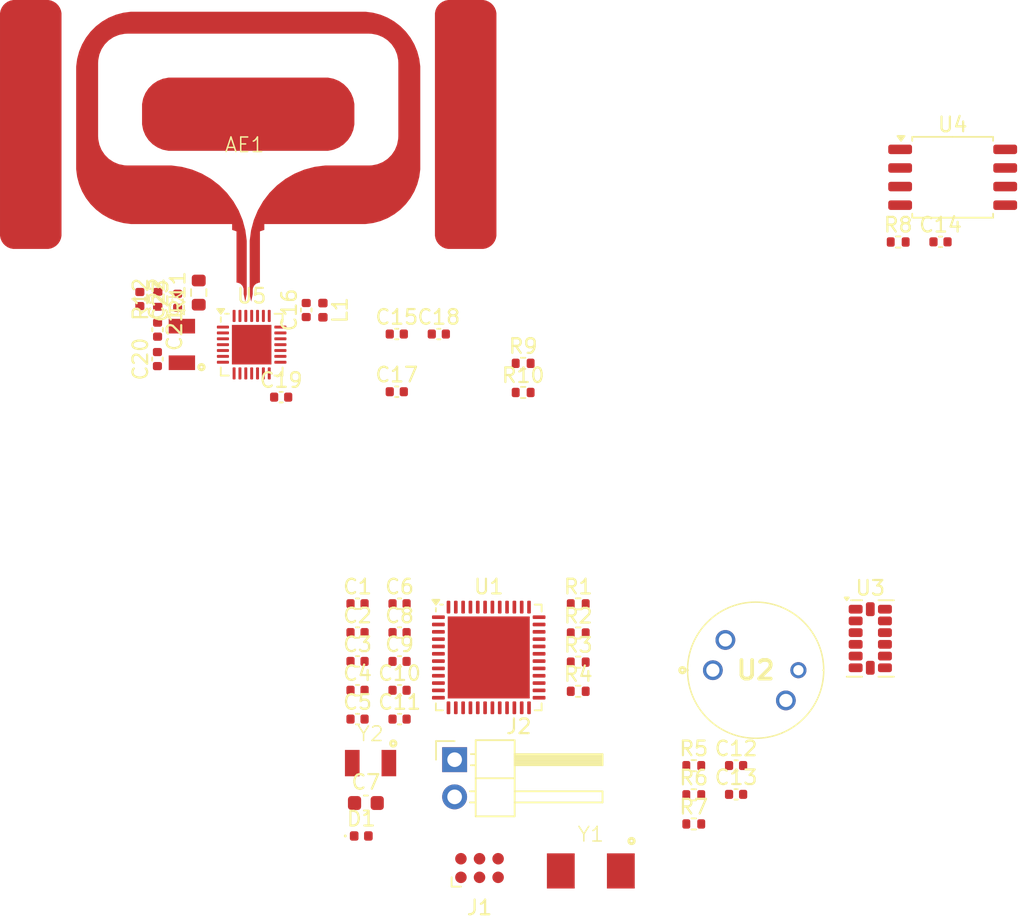
<source format=kicad_pcb>
(kicad_pcb (version 20241229) (generator "pcbnew") (generator_version "9.0")
  (layers (0 "F.Cu" signal) (2 "B.Cu" signal) (13 "F.Paste" user) (15 "B.Paste" user) (5 "F.SilkS" user "F.Silkscreen") (7 "B.SilkS" user "B.Silkscreen") (1 "F.Mask" user) (3 "B.Mask" user) (25 "Edge.Cuts" user))
  (net 0 "")
  (net 1 "/RF Transceiver/RFN")
  (net 2 "/RF Transceiver/RFP")
  (net 3 "+3.3V")
  (net 4 "GND")
  (net 5 "/Processor/NRST")
  (net 6 "Net-(U1-PF0)")
  (net 7 "Net-(C9-Pad2)")
  (net 8 "Net-(U1-PC14)")
  (net 9 "Net-(U1-PC15)")
  (net 10 "Net-(U5-AVDD_1V)")
  (net 11 "Net-(U5-RSTN)")
  (net 12 "Net-(U5-DVDD_1V8)")
  (net 13 "Net-(U5-XTAL_C2)")
  (net 14 "Net-(U5-XTAL_C1)")
  (net 15 "Net-(C22-Pad1)")
  (net 16 "Net-(U5-PLL_TUNE)")
  (net 17 "Net-(D1-K)")
  (net 18 "/Processor/LED_OUT")
  (net 19 "/Processor/SWDIO")
  (net 20 "/Processor/SWO")
  (net 21 "/Processor/SWCLK")
  (net 22 "Net-(U5-REG_OUT)")
  (net 23 "/Processor/BOOT0")
  (net 24 "Net-(U1-PF1)")
  (net 25 "/Processor/I2C_SCL")
  (net 26 "/Processor/I2C_SDA")
  (net 27 "Net-(U3-SDO{slash}ADDR)")
  (net 28 "/Memory/MEM_CS_IN")
  (net 29 "/Processor/RF_CS_OUT")
  (net 30 "Net-(U5-BIAS)")
  (net 31 "/Memory/MEM_SCK")
  (net 34 "/Memory/MEM_MISO")
  (net 35 "/Memory/MEM_MOSI")
  (net 55 "/Processor/RF_IRQ_IN")
  (footprint "Resistor_SMD:R_0402_1005Metric" (layer "F.Cu") (at 135.825 105.615)
    (property "Reference" "R7" (at 0 -1.17 0) (layer "F.SilkS"))
    (property "Value" "10k")
    (pad "1" smd roundrect (at -0.51 0) (size 0.54 0.64) (layers "F.Cu" "F.Mask" "F.Paste") (net 4 "GND"))
    (pad "2" smd roundrect (at 0.51 0) (size 0.54 0.64) (layers "F.Cu" "F.Mask" "F.Paste") (net 27 "Net-(U3-SDO{slash}ADDR)"))
  )
  (footprint "Connector_PinHeader_2.54mm:PinHeader_1x02_P2.54mm_Horizontal" (layer "F.Cu") (at 119.495 101.225)
    (property "Reference" "J2" (at 4.385 -2.27 0) (layer "F.SilkS"))
    (property "Value" "Conn_01x02_Pin")
    (pad "1" thru_hole rect (at 0 0) (size 1.7 1.7) (drill 1) (layers "*.Cu" "*.Mask") (net 4 "GND"))
    (pad "2" thru_hole oval (at 0 2.54) (size 1.7 1.7) (drill 1) (layers "*.Cu" "*.Mask") (net 3 "+3.3V"))
  )
  (footprint "Capacitor_SMD:C_0402_1005Metric" (layer "F.Cu") (at 109.36 70.52 90)
    (property "Reference" "C16" (at 0 -1.16 90) (layer "F.SilkS"))
    (property "Value" "1u")
    (pad "1" smd roundrect (at -0.48 0 90) (size 0.56 0.62) (layers "F.Cu" "F.Mask" "F.Paste") (net 10 "Net-(U5-AVDD_1V)"))
    (pad "2" smd roundrect (at 0.48 0 90) (size 0.56 0.62) (layers "F.Cu" "F.Mask" "F.Paste") (net 4 "GND"))
  )
  (footprint "Resistor_SMD:R_0402_1005Metric" (layer "F.Cu") (at 124.175 76.15)
    (property "Reference" "R10" (at 0 -1.17 0) (layer "F.SilkS"))
    (property "Value" "390k")
    (pad "1" smd roundrect (at -0.51 0) (size 0.54 0.64) (layers "F.Cu" "F.Mask" "F.Paste") (net 3 "+3.3V"))
    (pad "2" smd roundrect (at 0.51 0) (size 0.54 0.64) (layers "F.Cu" "F.Mask" "F.Paste") (net 11 "Net-(U5-RSTN)"))
  )
  (footprint "Capacitor_SMD:C_0402_1005Metric" (layer "F.Cu") (at 115.735 96.485)
    (property "Reference" "C10" (at 0 -1.16 0) (layer "F.SilkS"))
    (property "Value" "2p")
    (pad "1" smd roundrect (at -0.48 0) (size 0.56 0.62) (layers "F.Cu" "F.Mask" "F.Paste") (net 4 "GND"))
    (pad "2" smd roundrect (at 0.48 0) (size 0.56 0.62) (layers "F.Cu" "F.Mask" "F.Paste") (net 8 "Net-(U1-PC14)"))
  )
  (footprint "Capacitor_SMD:C_0402_1005Metric" (layer "F.Cu") (at 100.58 69.89 90)
    (property "Reference" "C23" (at 0 -1.16 90) (layer "F.SilkS"))
    (property "Value" "68p")
    (pad "1" smd roundrect (at -0.48 0 90) (size 0.56 0.62) (layers "F.Cu" "F.Mask" "F.Paste") (net 16 "Net-(U5-PLL_TUNE)"))
    (pad "2" smd roundrect (at 0.48 0 90) (size 0.56 0.62) (layers "F.Cu" "F.Mask" "F.Paste") (net 4 "GND"))
  )
  (footprint "Package_DFN_QFN:QFN-28-1EP_4x4mm_P0.4mm_EP2.7x2.7mm" (layer "F.Cu") (at 105.635 72.885)
    (property "Reference" "U5" (at 0 -3.33 0) (layer "F.SilkS"))
    (property "Value" "SR1010")
    (pad "1" smd roundrect (at -1.9625 -1.2) (size 0.825 0.2) (layers "F.Cu" "F.Mask" "F.Paste") (net 30 "Net-(U5-BIAS)"))
    (pad "2" smd roundrect (at -1.9625 -0.8) (size 0.825 0.2) (layers "F.Cu" "F.Mask" "F.Paste") (net 16 "Net-(U5-PLL_TUNE)"))
    (pad "3" smd roundrect (at -1.9625 -0.4) (size 0.825 0.2) (layers "F.Cu" "F.Mask" "F.Paste") (net 14 "Net-(U5-XTAL_C1)"))
    (pad "4" smd roundrect (at -1.9625 0) (size 0.825 0.2) (layers "F.Cu" "F.Mask" "F.Paste") (net 13 "Net-(U5-XTAL_C2)"))
    (pad "5" smd roundrect (at -1.9625 0.4) (size 0.825 0.2) (layers "F.Cu" "F.Mask" "F.Paste") (net 3 "+3.3V"))
    (pad "6" smd roundrect (at -1.9625 0.8) (size 0.825 0.2) (layers "F.Cu" "F.Mask" "F.Paste") (net 4 "GND"))
    (pad "7" smd roundrect (at -1.9625 1.2) (size 0.825 0.2) (layers "F.Cu" "F.Mask" "F.Paste") (net 4 "GND"))
    (pad "8" smd roundrect (at -1.2 1.9625) (size 0.2 0.825) (layers "F.Cu" "F.Mask" "F.Paste") (net 55 "/Processor/RF_IRQ_IN"))
    (pad "9" smd roundrect (at -0.8 1.9625) (size 0.2 0.825) (layers "F.Cu" "F.Mask" "F.Paste") (net 29 "/Processor/RF_CS_OUT"))
    (pad "10" smd roundrect (at -0.4 1.9625) (size 0.2 0.825) (layers "F.Cu" "F.Mask" "F.Paste") (net 31 "/Memory/MEM_SCK"))
    (pad "11" smd roundrect (at 0 1.9625) (size 0.2 0.825) (layers "F.Cu" "F.Mask" "F.Paste") (net 35 "/Memory/MEM_MOSI"))
    (pad "12" smd roundrect (at 0.4 1.9625) (size 0.2 0.825) (layers "F.Cu" "F.Mask" "F.Paste") (net 34 "/Memory/MEM_MISO"))
    (pad "13" smd roundrect (at 0.8 1.9625) (size 0.2 0.825) (layers "F.Cu" "F.Mask" "F.Paste") (net 11 "Net-(U5-RSTN)"))
    (pad "14" smd roundrect (at 1.2 1.9625) (size 0.2 0.825) (layers "F.Cu" "F.Mask" "F.Paste") (net 12 "Net-(U5-DVDD_1V8)"))
    (pad "15" smd roundrect (at 1.9625 1.2) (size 0.825 0.2) (layers "F.Cu" "F.Mask" "F.Paste") (net 4 "GND"))
    (pad "16" smd roundrect (at 1.9625 0.8) (size 0.825 0.2) (layers "F.Cu" "F.Mask" "F.Paste"))
    (pad "17" smd roundrect (at 1.9625 0.4) (size 0.825 0.2) (layers "F.Cu" "F.Mask" "F.Paste"))
    (pad "18" smd roundrect (at 1.9625 0) (size 0.825 0.2) (layers "F.Cu" "F.Mask" "F.Paste") (net 4 "GND"))
    (pad "19" smd roundrect (at 1.9625 -0.4) (size 0.825 0.2) (layers "F.Cu" "F.Mask" "F.Paste") (net 4 "GND"))
    (pad "20" smd roundrect (at 1.9625 -0.8) (size 0.825 0.2) (layers "F.Cu" "F.Mask" "F.Paste") (net 3 "+3.3V"))
    (pad "21" smd roundrect (at 1.9625 -1.2) (size 0.825 0.2) (layers "F.Cu" "F.Mask" "F.Paste") (net 22 "Net-(U5-REG_OUT)"))
    (pad "22" smd roundrect (at 1.2 -1.9625) (size 0.2 0.825) (layers "F.Cu" "F.Mask" "F.Paste") (net 10 "Net-(U5-AVDD_1V)"))
    (pad "23" smd roundrect (at 0.8 -1.9625) (size 0.2 0.825) (layers "F.Cu" "F.Mask" "F.Paste") (net 10 "Net-(U5-AVDD_1V)"))
    (pad "24" smd roundrect (at 0.4 -1.9625) (size 0.2 0.825) (layers "F.Cu" "F.Mask" "F.Paste") (net 4 "GND"))
    (pad "25" smd roundrect (at 0 -1.9625) (size 0.2 0.825) (layers "F.Cu" "F.Mask" "F.Paste") (net 1 "/RF Transceiver/RFN"))
    (pad "26" smd roundrect (at -0.4 -1.9625) (size 0.2 0.825) (layers "F.Cu" "F.Mask" "F.Paste") (net 2 "/RF Transceiver/RFP"))
    (pad "27" smd roundrect (at -0.8 -1.9625) (size 0.2 0.825) (layers "F.Cu" "F.Mask" "F.Paste") (net 4 "GND"))
    (pad "28" smd roundrect (at -1.2 -1.9625) (size 0.2 0.825) (layers "F.Cu" "F.Mask" "F.Paste") (net 4 "GND"))
    (pad "29" smd rect (at 0 0) (size 2.7 2.7) (property pad_prop_heatsink) (layers "F.Cu" "F.Mask") (net 4 "GND"))
  )
  (footprint "Capacitor_SMD:C_0402_1005Metric" (layer "F.Cu") (at 115.735 92.545)
    (property "Reference" "C8" (at 0 -1.16 0) (layer "F.SilkS"))
    (property "Value" "16p")
    (pad "1" smd roundrect (at -0.48 0) (size 0.56 0.62) (layers "F.Cu" "F.Mask" "F.Paste") (net 4 "GND"))
    (pad "2" smd roundrect (at 0.48 0) (size 0.56 0.62) (layers "F.Cu" "F.Mask" "F.Paste") (net 6 "Net-(U1-PF0)"))
  )
  (footprint "Package_LGA:LGA-14_3x5mm_P0.8mm_LayoutBorder1x6y" (layer "F.Cu") (at 147.88 92.95)
    (property "Reference" "U3" (at 0 -3.45 0) (layer "F.SilkS"))
    (property "Value" "ADXL343")
    (pad "1" smd roundrect (at -1 -2) (size 0.95 0.6) (layers "F.Cu" "F.Mask" "F.Paste") (net 3 "+3.3V"))
    (pad "2" smd roundrect (at -1 -1.2) (size 0.95 0.6) (layers "F.Cu" "F.Mask" "F.Paste") (net 4 "GND"))
    (pad "3" smd roundrect (at -1 -0.4) (size 0.95 0.6) (layers "F.Cu" "F.Mask" "F.Paste"))
    (pad "4" smd roundrect (at -1 0.4) (size 0.95 0.6) (layers "F.Cu" "F.Mask" "F.Paste") (net 4 "GND"))
    (pad "5" smd roundrect (at -1 1.2) (size 0.95 0.6) (layers "F.Cu" "F.Mask" "F.Paste") (net 4 "GND"))
    (pad "6" smd roundrect (at -1 2) (size 0.95 0.6) (layers "F.Cu" "F.Mask" "F.Paste") (net 3 "+3.3V"))
    (pad "7" smd roundrect (at 0 2) (size 0.6 0.95) (layers "F.Cu" "F.Mask" "F.Paste") (net 3 "+3.3V"))
    (pad "8" smd roundrect (at 1 2) (size 0.95 0.6) (layers "F.Cu" "F.Mask" "F.Paste"))
    (pad "9" smd roundrect (at 1 1.2) (size 0.95 0.6) (layers "F.Cu" "F.Mask" "F.Paste"))
    (pad "10" smd roundrect (at 1 0.4) (size 0.95 0.6) (layers "F.Cu" "F.Mask" "F.Paste"))
    (pad "11" smd roundrect (at 1 -0.4) (size 0.95 0.6) (layers "F.Cu" "F.Mask" "F.Paste"))
    (pad "12" smd roundrect (at 1 -1.2) (size 0.95 0.6) (layers "F.Cu" "F.Mask" "F.Paste") (net 27 "Net-(U3-SDO{slash}ADDR)"))
    (pad "13" smd roundrect (at 1 -2) (size 0.95 0.6) (layers "F.Cu" "F.Mask" "F.Paste") (net 26 "/Processor/I2C_SDA"))
    (pad "14" smd roundrect (at 0 -2) (size 0.6 0.95) (layers "F.Cu" "F.Mask" "F.Paste") (net 25 "/Processor/I2C_SCL"))
  )
  (footprint "Resistor_SMD:R_0402_1005Metric" (layer "F.Cu") (at 135.825 103.625)
    (property "Reference" "R6" (at 0 -1.17 0) (layer "F.SilkS"))
    (property "Value" "10k")
    (pad "1" smd roundrect (at -0.51 0) (size 0.54 0.64) (layers "F.Cu" "F.Mask" "F.Paste") (net 3 "+3.3V"))
    (pad "2" smd roundrect (at 0.51 0) (size 0.54 0.64) (layers "F.Cu" "F.Mask" "F.Paste") (net 26 "/Processor/I2C_SDA"))
  )
  (footprint "Capacitor_SMD:C_0402_1005Metric" (layer "F.Cu") (at 112.865 90.575)
    (property "Reference" "C1" (at 0 -1.16 0) (layer "F.SilkS"))
    (property "Value" "100n")
    (pad "1" smd roundrect (at -0.48 0) (size 0.56 0.62) (layers "F.Cu" "F.Mask" "F.Paste") (net 3 "+3.3V"))
    (pad "2" smd roundrect (at 0.48 0) (size 0.56 0.62) (layers "F.Cu" "F.Mask" "F.Paste") (net 4 "GND"))
  )
  (footprint "Capacitor_SMD:C_0402_1005Metric" (layer "F.Cu") (at 112.865 96.485)
    (property "Reference" "C4" (at 0 -1.16 0) (layer "F.SilkS"))
    (property "Value" "100n")
    (pad "1" smd roundrect (at -0.48 0) (size 0.56 0.62) (layers "F.Cu" "F.Mask" "F.Paste") (net 3 "+3.3V"))
    (pad "2" smd roundrect (at 0.48 0) (size 0.56 0.62) (layers "F.Cu" "F.Mask" "F.Paste") (net 4 "GND"))
  )
  (footprint "Capacitor_SMD:C_0402_1005Metric" (layer "F.Cu") (at 112.865 98.455)
    (property "Reference" "C5" (at 0 -1.16 0) (layer "F.SilkS"))
    (property "Value" "100n")
    (pad "1" smd roundrect (at -0.48 0) (size 0.56 0.62) (layers "F.Cu" "F.Mask" "F.Paste") (net 3 "+3.3V"))
    (pad "2" smd roundrect (at 0.48 0) (size 0.56 0.62) (layers "F.Cu" "F.Mask" "F.Paste") (net 4 "GND"))
  )
  (footprint "Capacitor_SMD:C_0402_1005Metric" (layer "F.Cu") (at 115.735 98.455)
    (property "Reference" "C11" (at 0 -1.16 0) (layer "F.SilkS"))
    (property "Value" "2p")
    (pad "1" smd roundrect (at -0.48 0) (size 0.56 0.62) (layers "F.Cu" "F.Mask" "F.Paste") (net 4 "GND"))
    (pad "2" smd roundrect (at 0.48 0) (size 0.56 0.62) (layers "F.Cu" "F.Mask" "F.Paste") (net 9 "Net-(U1-PC15)"))
  )
  (footprint "Capacitor_SMD:C_0402_1005Metric" (layer "F.Cu") (at 107.65 76.47)
    (property "Reference" "C19" (at 0 -1.16 0) (layer "F.SilkS"))
    (property "Value" "100n")
    (pad "1" smd roundrect (at -0.48 0) (size 0.56 0.62) (layers "F.Cu" "F.Mask" "F.Paste") (net 12 "Net-(U5-DVDD_1V8)"))
    (pad "2" smd roundrect (at 0.48 0) (size 0.56 0.62) (layers "F.Cu" "F.Mask" "F.Paste") (net 4 "GND"))
  )
  (footprint "kjp_fplib:ABS07-120-32.768KHZ-T" (layer "F.Cu") (at 113.755 101.458544)
    (property "Reference" "Y2" (at 0 -2 0) (layer "F.SilkS") (effects (font (thickness 0.1))))
    (property "Value" "ABS07")
    (pad "1" smd rect (at 1.25 0) (size 1 1.8) (layers "F.Cu" "F.Mask" "F.Paste") (net 9 "Net-(U1-PC15)"))
    (pad "2" smd rect (at -1.25 0) (size 1 1.8) (layers "F.Cu" "F.Mask" "F.Paste") (net 8 "Net-(U1-PC14)"))
  )
  (footprint "Resistor_SMD:R_0402_1005Metric" (layer "F.Cu") (at 99.22 69.79 90)
    (property "Reference" "R12" (at 0 -1.17 90) (layer "F.SilkS"))
    (property "Value" "390k")
    (pad "1" smd roundrect (at -0.51 0 90) (size 0.54 0.64) (layers "F.Cu" "F.Mask" "F.Paste") (net 16 "Net-(U5-PLL_TUNE)"))
    (pad "2" smd roundrect (at 0.51 0 90) (size 0.54 0.64) (layers "F.Cu" "F.Mask" "F.Paste") (net 15 "Net-(C22-Pad1)"))
  )
  (footprint "Resistor_SMD:R_0402_1005Metric" (layer "F.Cu") (at 149.785 65.875)
    (property "Reference" "R8" (at 0 -1.17 0) (layer "F.SilkS"))
    (property "Value" "10k")
    (pad "1" smd roundrect (at -0.51 0) (size 0.54 0.64) (layers "F.Cu" "F.Mask" "F.Paste") (net 3 "+3.3V"))
    (pad "2" smd roundrect (at 0.51 0) (size 0.54 0.64) (layers "F.Cu" "F.Mask" "F.Paste") (net 28 "/Memory/MEM_CS_IN"))
  )
  (footprint "Capacitor_SMD:C_0603_1608Metric" (layer "F.Cu") (at 113.435 104.185)
    (property "Reference" "C7" (at 0 -1.43 0) (layer "F.SilkS"))
    (property "Value" "10u")
    (pad "1" smd roundrect (at -0.775 0) (size 0.9 0.95) (layers "F.Cu" "F.Mask" "F.Paste") (net 3 "+3.3V"))
    (pad "2" smd roundrect (at 0.775 0) (size 0.9 0.95) (layers "F.Cu" "F.Mask" "F.Paste") (net 4 "GND"))
  )
  (footprint "kjp_fplib:ABS07-120-32.768KHZ-T" (layer "F.Cu") (at 100.87 72.87 -90)
    (property "Reference" "Y3" (at -2.76 0.39 270) (layer "F.SilkS") (effects (font (thickness 0.1))))
    (property "Value" "ABS07")
    (pad "1" smd rect (at 1.25 0 270) (size 1 1.8) (layers "F.Cu" "F.Mask" "F.Paste") (net 13 "Net-(U5-XTAL_C2)"))
    (pad "2" smd rect (at -1.25 0 270) (size 1 1.8) (layers "F.Cu" "F.Mask" "F.Paste") (net 14 "Net-(U5-XTAL_C1)"))
  )
  (footprint "Capacitor_SMD:C_0402_1005Metric" (layer "F.Cu") (at 99.21 71.86 -90)
    (property "Reference" "C21" (at 0 -1.16 90) (layer "F.SilkS"))
    (property "Value" "10p")
    (pad "1" smd roundrect (at -0.48 0 270) (size 0.56 0.62) (layers "F.Cu" "F.Mask" "F.Paste") (net 14 "Net-(U5-XTAL_C1)"))
    (pad "2" smd roundrect (at 0.48 0 270) (size 0.56 0.62) (layers "F.Cu" "F.Mask" "F.Paste") (net 4 "GND"))
  )
  (footprint "Package_DFN_QFN:QFN-48-1EP_7x7mm_P0.5mm_EP5.6x5.6mm" (layer "F.Cu") (at 121.825 94.245)
    (property "Reference" "U1" (at 0 -4.83 0) (layer "F.SilkS"))
    (property "Value" "STM32G473CCUx")
    (pad "1" smd roundrect (at -3.4375 -2.75) (size 0.875 0.25) (layers "F.Cu" "F.Mask" "F.Paste") (net 3 "+3.3V"))
    (pad "2" smd roundrect (at -3.4375 -2.25) (size 0.875 0.25) (layers "F.Cu" "F.Mask" "F.Paste"))
    (pad "3" smd roundrect (at -3.4375 -1.75) (size 0.875 0.25) (layers "F.Cu" "F.Mask" "F.Paste") (net 8 "Net-(U1-PC14)"))
    (pad "4" smd roundrect (at -3.4375 -1.25) (size 0.875 0.25) (layers "F.Cu" "F.Mask" "F.Paste") (net 9 "Net-(U1-PC15)"))
    (pad "5" smd roundrect (at -3.4375 -0.75) (size 0.875 0.25) (layers "F.Cu" "F.Mask" "F.Paste") (net 6 "Net-(U1-PF0)"))
    (pad "6" smd roundrect (at -3.4375 -0.25) (size 0.875 0.25) (layers "F.Cu" "F.Mask" "F.Paste") (net 24 "Net-(U1-PF1)"))
    (pad "7" smd roundrect (at -3.4375 0.25) (size 0.875 0.25) (layers "F.Cu" "F.Mask" "F.Paste") (net 5 "/Processor/NRST"))
    (pad "8" smd roundrect (at -3.4375 0.75) (size 0.875 0.25) (layers "F.Cu" "F.Mask" "F.Paste"))
    (pad "9" smd roundrect (at -3.4375 1.25) (size 0.875 0.25) (layers "F.Cu" "F.Mask" "F.Paste"))
    (pad "10" smd roundrect (at -3.4375 1.75) (size 0.875 0.25) (layers "F.Cu" "F.Mask" "F.Paste"))
    (pad "11" smd roundrect (at -3.4375 2.25) (size 0.875 0.25) (layers "F.Cu" "F.Mask" "F.Paste") (net 55 "/Processor/RF_IRQ_IN"))
    (pad "12" smd roundrect (at -3.4375 2.75) (size 0.875 0.25) (layers "F.Cu" "F.Mask" "F.Paste") (net 29 "/Processor/RF_CS_OUT"))
    (pad "13" smd roundrect (at -2.75 3.4375) (size 0.25 0.875) (layers "F.Cu" "F.Mask" "F.Paste") (net 31 "/Memory/MEM_SCK"))
    (pad "14" smd roundrect (at -2.25 3.4375) (size 0.25 0.875) (layers "F.Cu" "F.Mask" "F.Paste") (net 34 "/Memory/MEM_MISO"))
    (pad "15" smd roundrect (at -1.75 3.4375) (size 0.25 0.875) (layers "F.Cu" "F.Mask" "F.Paste") (net 35 "/Memory/MEM_MOSI"))
    (pad "16" smd roundrect (at -1.25 3.4375) (size 0.25 0.875) (layers "F.Cu" "F.Mask" "F.Paste") (net 28 "/Memory/MEM_CS_IN"))
    (pad "17" smd roundrect (at -0.75 3.4375) (size 0.25 0.875) (layers "F.Cu" "F.Mask" "F.Paste"))
    (pad "18" smd roundrect (at -0.25 3.4375) (size 0.25 0.875) (layers "F.Cu" "F.Mask" "F.Paste"))
    (pad "19" smd roundrect (at 0.25 3.4375) (size 0.25 0.875) (layers "F.Cu" "F.Mask" "F.Paste"))
    (pad "20" smd roundrect (at 0.75 3.4375) (size 0.25 0.875) (layers "F.Cu" "F.Mask" "F.Paste") (net 3 "+3.3V"))
    (pad "21" smd roundrect (at 1.25 3.4375) (size 0.25 0.875) (layers "F.Cu" "F.Mask" "F.Paste") (net 3 "+3.3V"))
    (pad "22" smd roundrect (at 1.75 3.4375) (size 0.25 0.875) (layers "F.Cu" "F.Mask" "F.Paste") (net 4 "GND"))
    (pad "23" smd roundrect (at 2.25 3.4375) (size 0.25 0.875) (layers "F.Cu" "F.Mask" "F.Paste") (net 3 "+3.3V"))
    (pad "24" smd roundrect (at 2.75 3.4375) (size 0.25 0.875) (layers "F.Cu" "F.Mask" "F.Paste"))
    (pad "25" smd roundrect (at 3.4375 2.75) (size 0.875 0.25) (layers "F.Cu" "F.Mask" "F.Paste"))
    (pad "26" smd roundrect (at 3.4375 2.25) (size 0.875 0.25) (layers "F.Cu" "F.Mask" "F.Paste"))
    (pad "27" smd roundrect (at 3.4375 1.75) (size 0.875 0.25) (layers "F.Cu" "F.Mask" "F.Paste"))
    (pad "28" smd roundrect (at 3.4375 1.25) (size 0.875 0.25) (layers "F.Cu" "F.Mask" "F.Paste"))
    (pad "29" smd roundrect (at 3.4375 0.75) (size 0.875 0.25) (layers "F.Cu" "F.Mask" "F.Paste"))
    (pad "30" smd roundrect (at 3.4375 0.25) (size 0.875 0.25) (layers "F.Cu" "F.Mask" "F.Paste") (net 26 "/Processor/I2C_SDA"))
    (pad "31" smd roundrect (at 3.4375 -0.25) (size 0.875 0.25) (layers "F.Cu" "F.Mask" "F.Paste") (net 25 "/Processor/I2C_SCL"))
    (pad "32" smd roundrect (at 3.4375 -0.75) (size 0.875 0.25) (layers "F.Cu" "F.Mask" "F.Paste"))
    (pad "33" smd roundrect (at 3.4375 -1.25) (size 0.875 0.25) (layers "F.Cu" "F.Mask" "F.Paste") (net 4 "GND"))
    (pad "34" smd roundrect (at 3.4375 -1.75) (size 0.875 0.25) (layers "F.Cu" "F.Mask" "F.Paste"))
    (pad "35" smd roundrect (at 3.4375 -2.25) (size 0.875 0.25) (layers "F.Cu" "F.Mask" "F.Paste") (net 3 "+3.3V"))
    (pad "36" smd roundrect (at 3.4375 -2.75) (size 0.875 0.25) (layers "F.Cu" "F.Mask" "F.Paste") (net 19 "/Processor/SWDIO"))
    (pad "37" smd roundrect (at 2.75 -3.4375) (size 0.25 0.875) (layers "F.Cu" "F.Mask" "F.Paste") (net 21 "/Processor/SWCLK"))
    (pad "38" smd roundrect (at 2.25 -3.4375) (size 0.25 0.875) (layers "F.Cu" "F.Mask" "F.Paste"))
    (pad "39" smd roundrect (at 1.75 -3.4375) (size 0.25 0.875) (layers "F.Cu" "F.Mask" "F.Paste"))
    (pad "40" smd roundrect (at 1.25 -3.4375) (size 0.25 0.875) (layers "F.Cu" "F.Mask" "F.Paste"))
    (pad "41" smd roundrect (at 0.75 -3.4375) (size 0.25 0.875) (layers "F.Cu" "F.Mask" "F.Paste") (net 20 "/Processor/SWO"))
    (pad "42" smd roundrect (at 0.25 -3.4375) (size 0.25 0.875) (layers "F.Cu" "F.Mask" "F.Paste"))
    (pad "43" smd roundrect (at -0.25 -3.4375) (size 0.25 0.875) (layers "F.Cu" "F.Mask" "F.Paste"))
    (pad "44" smd roundrect (at -0.75 -3.4375) (size 0.25 0.875) (layers "F.Cu" "F.Mask" "F.Paste") (net 18 "/Processor/LED_OUT"))
    (pad "45" smd roundrect (at -1.25 -3.4375) (size 0.25 0.875) (layers "F.Cu" "F.Mask" "F.Paste"))
    (pad "46" smd roundrect (at -1.75 -3.4375) (size 0.25 0.875) (layers "F.Cu" "F.Mask" "F.Paste") (net 23 "/Processor/BOOT0"))
    (pad "47" smd roundrect (at -2.25 -3.4375) (size 0.25 0.875) (layers "F.Cu" "F.Mask" "F.Paste") (net 4 "GND"))
    (pad "48" smd roundrect (at -2.75 -3.4375) (size 0.25 0.875) (layers "F.Cu" "F.Mask" "F.Paste") (net 3 "+3.3V"))
    (pad "49" smd rect (at 0 0) (size 5.6 5.6) (property pad_prop_heatsink) (layers "F.Cu" "F.Mask") (net 4 "GND"))
  )
  (footprint "Capacitor_SMD:C_0402_1005Metric" (layer "F.Cu") (at 115.545 72.16)
    (property "Reference" "C15" (at 0 -1.16 0) (layer "F.SilkS"))
    (property "Value" "1u")
    (pad "1" smd roundrect (at -0.48 0) (size 0.56 0.62) (layers "F.Cu" "F.Mask" "F.Paste") (net 3 "+3.3V"))
    (pad "2" smd roundrect (at 0.48 0) (size 0.56 0.62) (layers "F.Cu" "F.Mask" "F.Paste") (net 4 "GND"))
  )
  (footprint "Capacitor_SMD:C_0402_1005Metric" (layer "F.Cu") (at 115.735 94.515)
    (property "Reference" "C9" (at 0 -1.16 0) (layer "F.SilkS"))
    (property "Value" "16p")
    (pad "1" smd roundrect (at -0.48 0) (size 0.56 0.62) (layers "F.Cu" "F.Mask" "F.Paste") (net 4 "GND"))
    (pad "2" smd roundrect (at 0.48 0) (size 0.56 0.62) (layers "F.Cu" "F.Mask" "F.Paste") (net 7 "Net-(C9-Pad2)"))
  )
  (footprint "kjp_fplib:Dipole Antenna" (layer "F.Cu") (at 105.150085 59.744265)
    (property "Reference" "AE1" (at 0 -0.5 0) (layer "F.SilkS") (effects (font (thickness 0.1))))
    (property "Value" "Antenna_Dipole")
    (fp_poly (pts (xy -13.2084 -10.35663) (xy -13.02629 -10.28119) (xy -12.86246 -10.17172) (xy -12.72326 -10.03253) (xy -12.61379 -9.8687) (xy -12.53835 -9.68658) (xy -12.5 -9.49354) (xy -12.5 -9.39499) (xy -12.5 5.60498) (xy -12.5 5.70354) (xy -12.53835 5.89658) (xy -12.61379 6.07869) (xy -12.72326 6.24252) (xy -12.86246 6.38172) (xy -13.02629 6.49119) (xy -13.2084 6.56663) (xy -13.40144 6.60498) (xy -13.5 6.60498) (xy -15.69989 6.60498) (xy -15.79844 6.60498) (xy -15.99174 6.56663) (xy -16.1736 6.49119) (xy -16.33743 6.38172) (xy -16.47688 6.24252) (xy -16.5861 6.07869) (xy -16.66153 5.89658) (xy -16.70014 5.70354) (xy -16.69989 5.60498) (xy -16.69989 -9.39499) (xy -16.70014 -9.49354) (xy -16.66153 -9.68658) (xy -16.5861 -9.8687) (xy -16.47688 -10.03253) (xy -16.33743 -10.17172) (xy -16.1736 -10.28119) (xy -15.99174 -10.35663) (xy -15.79844 -10.39498) (xy -15.69989 -10.39498) (xy -13.40144 -10.39498)) (fill yes) (layer "F.Cu"))
    (fp_poly (pts (xy 6.0834 -5.01806) (xy 6.44739 -4.86744) (xy 6.77479 -4.64849) (xy 7.05343 -4.36985) (xy 7.27238 -4.04244) (xy 7.42325 -3.67846) (xy 7.49996 -3.29187) (xy 7.49996 -3.09502) (xy 7.49996 -2.09503) (xy 7.49996 -1.89792) (xy 7.42325 -1.51159) (xy 7.27238 -1.14761) (xy 7.05343 -0.8202) (xy 6.77479 -0.54156) (xy 6.44739 -0.32261) (xy 6.0834 -0.17174) (xy 5.69707 -0.09503) (xy 5.49997 -0.09503) (xy -5.00014 -0.09503) (xy -5.19699 -0.09503) (xy -5.58332 -0.17174) (xy -5.94731 -0.32261) (xy -6.27497 -0.54156) (xy -6.5536 -0.8202) (xy -6.7723 -1.14761) (xy -6.92317 -1.51159) (xy -7.00014 -1.89792) (xy -7.00014 -2.09503) (xy -7.00014 -3.09502) (xy -7.00014 -3.29187) (xy -6.92317 -3.67846) (xy -6.7723 -4.04244) (xy -6.5536 -4.36985) (xy -6.27497 -4.64849) (xy -5.94731 -4.86744) (xy -5.58332 -5.01806) (xy -5.19699 -5.09502) (xy -5.00014 -5.09502) (xy 5.49997 -5.09502) (xy 5.69707 -5.09502)) (fill yes) (layer "F.Cu"))
    (fp_poly (pts (xy 16.19997 -10.39498) (xy 16.29852 -10.39498) (xy 16.49156 -10.35663) (xy 16.67368 -10.28119) (xy 16.83751 -10.17172) (xy 16.9767 -10.03253) (xy 17.08618 -9.8687) (xy 17.16161 -9.68658) (xy 17.19997 -9.49354) (xy 17.19997 -9.39499) (xy 17.19997 5.60498) (xy 17.19997 5.70354) (xy 17.16161 5.89658) (xy 17.08618 6.07869) (xy 16.9767 6.24252) (xy 16.83751 6.38172) (xy 16.67368 6.49119) (xy 16.49156 6.56663) (xy 16.29852 6.60498) (xy 16.19997 6.60498) (xy 14.00008 6.60498) (xy 13.90152 6.60498) (xy 13.70823 6.56663) (xy 13.52637 6.49119) (xy 13.36254 6.38172) (xy 13.22334 6.24252) (xy 13.11387 6.07869) (xy 13.03843 5.89683) (xy 13.00008 5.70354) (xy 13.00008 5.60498) (xy 13.00008 -9.39499) (xy 13.00008 -9.49354) (xy 13.03843 -9.68658) (xy 13.11387 -9.8687) (xy 13.22334 -10.03253) (xy 13.36254 -10.17172) (xy 13.52637 -10.28119) (xy 13.70823 -10.35663) (xy 13.90152 -10.39498) (xy 14.00008 -10.39498)) (fill yes) (layer "F.Cu"))
    (fp_poly (pts (xy 8.7819 -9.52656) (xy 9.28863 -9.39092) (xy 9.77301 -9.19026) (xy 10.22716 -8.92788) (xy 10.64296 -8.60886) (xy 11.0138 -8.23802) (xy 11.33308 -7.82196) (xy 11.5952 -7.36807) (xy 11.79586 -6.88343) (xy 11.9315 -6.37696) (xy 12.00008 -5.85727) (xy 12.00008 -5.59489) (xy 12.00008 0.90497) (xy 12.00008 1.1671) (xy 11.9315 1.68703) (xy 11.79586 2.19351) (xy 11.5952 2.67789) (xy 11.33308 3.13204) (xy 11.0138 3.54809) (xy 10.64296 3.91893) (xy 10.22716 4.23796) (xy 9.77301 4.50008) (xy 9.28838 4.70074) (xy 8.7819 4.83663) (xy 8.26222 4.90496) (xy 1.34986 4.90496) (xy 1.34986 5.30501) (xy 1.04989 5.40509) (xy 1.04989 8.90495) (xy 0.95438 8.91435) (xy 0.77785 8.9875) (xy 0.64247 9.12288) (xy 0.56932 9.29941) (xy 0.55992 9.39492) (xy 0.55992 9.40508) (xy 0.55992 9.69489) (xy 0.44994 10.20645) (xy 0.34986 9.70505) (xy 0.34986 9.40508) (xy 0.34986 6.40508) (xy 0.34986 6.0444) (xy 0.4441 5.32965) (xy 0.63079 4.63318) (xy 0.90663 3.96719) (xy 1.26706 3.34286) (xy 1.70597 2.77085) (xy 2.21575 2.26107) (xy 2.78775 1.82216) (xy 3.41209 1.46174) (xy 4.07833 1.18564) (xy 4.7748 0.9992) (xy 5.48955 0.90497) (xy 8.49996 0.90497) (xy 8.69605 0.89532) (xy 9.0806 0.81886) (xy 9.44281 0.66875) (xy 9.76869 0.45107) (xy 10.04606 0.1737) (xy 10.26374 -0.15218) (xy 10.41385 -0.51438) (xy 10.4903 -0.89894) (xy 10.49996 -1.09503) (xy 10.49996 -6.09502) (xy 10.4903 -6.29111) (xy 10.41385 -6.67566) (xy 10.26374 -7.03787) (xy 10.04606 -7.36375) (xy 9.76869 -7.64112) (xy 9.44281 -7.85879) (xy 9.0806 -8.00891) (xy 8.69605 -8.08536) (xy 8.49996 -8.09501) (xy -8.00013 -8.09501) (xy -8.19597 -8.08536) (xy -8.58052 -8.00891) (xy -8.94273 -7.85879) (xy -9.26886 -7.64112) (xy -9.54598 -7.36375) (xy -9.76391 -7.03787) (xy -9.91377 -6.67566) (xy -9.99048 -6.29111) (xy -10.00013 -6.09502) (xy -10.00013 -1.09503) (xy -9.99048 -0.89894) (xy -9.91377 -0.51438) (xy -9.76391 -0.15218) (xy -9.54598 0.1737) (xy -9.26886 0.45107) (xy -8.94273 0.66875) (xy -8.58052 0.81886) (xy -8.19597 0.89532) (xy -8.00013 0.90497) (xy -5.3499 0.90497) (xy -4.98947 0.90497) (xy -4.27472 0.9992) (xy -3.57825 1.18564) (xy -2.91226 1.46174) (xy -2.28793 1.82216) (xy -1.71592 2.26107) (xy -1.20589 2.77085) (xy -0.76723 3.34286) (xy -0.40655 3.96719) (xy -0.13071 4.63318) (xy 0.05598 5.32965) (xy 0.14996 6.0444) (xy 0.14996 6.40508) (xy 0.14996 9.40508) (xy 0.14996 9.70505) (xy 0.04989 10.20645) (xy -0.06009 9.69489) (xy -0.06009 9.40508) (xy -0.06009 9.39492) (xy -0.06949 9.29941) (xy -0.14264 9.12288) (xy -0.27777 8.9875) (xy -0.4543 8.91435) (xy -0.55006 8.90495) (xy -0.55006 5.40509) (xy -0.85003 5.30501) (xy -0.85003 4.90496) (xy -7.50001 4.90496) (xy -7.76214 4.90496) (xy -8.28207 4.83663) (xy -8.78855 4.70074) (xy -9.27293 4.50008) (xy -9.72708 4.23796) (xy -10.14313 3.91893) (xy -10.51372 3.54809) (xy -10.833 3.13204) (xy -11.09512 2.67789) (xy -11.29578 2.19351) (xy -11.43167 1.68703) (xy -11.5 1.1671) (xy -11.5 0.90497) (xy -11.5 -5.59489) (xy -11.5 -5.85727) (xy -11.43167 -6.37696) (xy -11.29578 -6.88343) (xy -11.09512 -7.36781) (xy -10.833 -7.82196) (xy -10.51372 -8.23802) (xy -10.14313 -8.60886) (xy -9.72708 -8.92788) (xy -9.27293 -9.19026) (xy -8.78855 -9.39092) (xy -8.28207 -9.52656) (xy -7.76214 -9.59488) (xy 8.00009 -9.59488) (xy 8.26222 -9.59488)) (fill yes) (layer "F.Cu"))
    (pad "1" smd rect (at 0 8.5) (size 0.2 1) (layers "F.Cu" "F.Mask") (net 2 "/RF Transceiver/RFP"))
    (pad "2" smd rect (at 0.5 8.5) (size 0.2 1) (layers "F.Cu" "F.Mask") (net 1 "/RF Transceiver/RFN"))
  )
  (footprint "Inductor_SMD:L_0402_1005Metric" (layer "F.Cu") (at 110.5 70.53 -90)
    (property "Reference" "L1" (at 0 -1.17 90) (layer "F.SilkS"))
    (property "Value" "180n")
    (pad "1" smd roundrect (at -0.485 0 270) (size 0.59 0.64) (layers "F.Cu" "F.Mask" "F.Paste") (net 10 "Net-(U5-AVDD_1V)"))
    (pad "2" smd roundrect (at 0.485 0 270) (size 0.59 0.64) (layers "F.Cu" "F.Mask" "F.Paste") (net 22 "Net-(U5-REG_OUT)"))
  )
  (footprint "Resistor_SMD:R_0402_1005Metric" (layer "F.Cu") (at 127.935 94.565)
    (property "Reference" "R3" (at 0 -1.17 0) (layer "F.SilkS"))
    (property "Value" "390R")
    (pad "1" smd roundrect (at -0.51 0) (size 0.54 0.64) (layers "F.Cu" "F.Mask" "F.Paste") (net 7 "Net-(C9-Pad2)"))
    (pad "2" smd roundrect (at 0.51 0) (size 0.54 0.64) (layers "F.Cu" "F.Mask" "F.Paste") (net 24 "Net-(U1-PF1)"))
  )
  (footprint "Capacitor_SMD:C_0402_1005Metric" (layer "F.Cu") (at 99.2 73.87 90)
    (property "Reference" "C20" (at 0 -1.16 90) (layer "F.SilkS"))
    (property "Value" "10p")
    (pad "1" smd roundrect (at -0.48 0 90) (size 0.56 0.62) (layers "F.Cu" "F.Mask" "F.Paste") (net 13 "Net-(U5-XTAL_C2)"))
    (pad "2" smd roundrect (at 0.48 0 90) (size 0.56 0.62) (layers "F.Cu" "F.Mask" "F.Paste") (net 4 "GND"))
  )
  (footprint "Resistor_SMD:R_0402_1005Metric" (layer "F.Cu") (at 127.935 96.555)
    (property "Reference" "R4" (at 0 -1.17 0) (layer "F.SilkS"))
    (property "Value" "390R")
    (pad "1" smd roundrect (at -0.51 0) (size 0.54 0.64) (layers "F.Cu" "F.Mask" "F.Paste") (net 17 "Net-(D1-K)"))
    (pad "2" smd roundrect (at 0.51 0) (size 0.54 0.64) (layers "F.Cu" "F.Mask" "F.Paste") (net 4 "GND"))
  )
  (footprint "Resistor_SMD:R_0603_1608Metric" (layer "F.Cu") (at 102.02 69.33 90)
    (property "Reference" "R11" (at 0 -1.43 90) (layer "F.SilkS"))
    (property "Value" "2M2")
    (pad "1" smd roundrect (at -0.825 0 90) (size 0.8 0.95) (layers "F.Cu" "F.Mask" "F.Paste") (net 30 "Net-(U5-BIAS)"))
    (pad "2" smd roundrect (at 0.825 0 90) (size 0.8 0.95) (layers "F.Cu" "F.Mask" "F.Paste") (net 4 "GND"))
  )
  (footprint "kjp_fplib:MLX90640" (layer "F.Cu") (at 137.13 95.115)
    (property "Reference" "U2" (at 2.92 0 0) (layer "F.SilkS") (effects (font (size 1.27 1.27) (thickness 0.254))))
    (property "Value" "MLX90640" (hide yes))
    (pad "1" thru_hole circle (at 0 0) (size 1.35 1.35) (drill 0.9) (layers "*.Cu" "*.Mask") (net 26 "/Processor/I2C_SDA"))
    (pad "2" thru_hole circle (at 4.985 2.065) (size 1.35 1.35) (drill 0.9) (layers "*.Cu" "*.Mask") (net 3 "+3.3V"))
    (pad "3" thru_hole circle (at 5.84 0) (size 1.1 1.1) (drill 0.7) (layers "*.Cu" "*.Mask") (net 4 "GND"))
    (pad "4" thru_hole circle (at 0.855 -2.065) (size 1.35 1.35) (drill 0.9) (layers "*.Cu" "*.Mask") (net 25 "/Processor/I2C_SCL"))
  )
  (footprint "Capacitor_SMD:C_0402_1005Metric" (layer "F.Cu") (at 138.715 103.595)
    (property "Reference" "C13" (at 0 -1.16 0) (layer "F.SilkS"))
    (property "Value" "100n")
    (pad "1" smd roundrect (at -0.48 0) (size 0.56 0.62) (layers "F.Cu" "F.Mask" "F.Paste") (net 3 "+3.3V"))
    (pad "2" smd roundrect (at 0.48 0) (size 0.56 0.62) (layers "F.Cu" "F.Mask" "F.Paste") (net 4 "GND"))
  )
  (footprint "Resistor_SMD:R_0402_1005Metric" (layer "F.Cu") (at 127.935 92.575)
    (property "Reference" "R2" (at 0 -1.17 0) (layer "F.SilkS"))
    (property "Value" "10k")
    (pad "1" smd roundrect (at -0.51 0) (size 0.54 0.64) (layers "F.Cu" "F.Mask" "F.Paste") (net 23 "/Processor/BOOT0"))
    (pad "2" smd roundrect (at 0.51 0) (size 0.54 0.64) (layers "F.Cu" "F.Mask" "F.Paste") (net 4 "GND"))
  )
  (footprint "Resistor_SMD:R_0402_1005Metric" (layer "F.Cu") (at 127.935 90.585)
    (property "Reference" "R1" (at 0 -1.17 0) (layer "F.SilkS"))
    (property "Value" "0R")
    (pad "1" smd roundrect (at -0.51 0) (size 0.54 0.64) (layers "F.Cu" "F.Mask" "F.Paste") (net 5 "/Processor/NRST"))
    (pad "2" smd roundrect (at 0.51 0) (size 0.54 0.64) (layers "F.Cu" "F.Mask" "F.Paste") (net 4 "GND"))
  )
  (footprint "Capacitor_SMD:C_0402_1005Metric" (layer "F.Cu") (at 138.715 101.625)
    (property "Reference" "C12" (at 0 -1.16 0) (layer "F.SilkS"))
    (property "Value" "100n")
    (pad "1" smd roundrect (at -0.48 0) (size 0.56 0.62) (layers "F.Cu" "F.Mask" "F.Paste") (net 3 "+3.3V"))
    (pad "2" smd roundrect (at 0.48 0) (size 0.56 0.62) (layers "F.Cu" "F.Mask" "F.Paste") (net 4 "GND"))
  )
  (footprint "Capacitor_SMD:C_0402_1005Metric" (layer "F.Cu") (at 115.545 76.1)
    (property "Reference" "C17" (at 0 -1.16 0) (layer "F.SilkS"))
    (property "Value" "1u")
    (pad "1" smd roundrect (at -0.48 0) (size 0.56 0.62) (layers "F.Cu" "F.Mask" "F.Paste") (net 3 "+3.3V"))
    (pad "2" smd roundrect (at 0.48 0) (size 0.56 0.62) (layers "F.Cu" "F.Mask" "F.Paste") (net 4 "GND"))
  )
  (footprint "Capacitor_SMD:C_0402_1005Metric" (layer "F.Cu") (at 112.865 92.545)
    (property "Reference" "C2" (at 0 -1.16 0) (layer "F.SilkS"))
    (property "Value" "100n")
    (pad "1" smd roundrect (at -0.48 0) (size 0.56 0.62) (layers "F.Cu" "F.Mask" "F.Paste") (net 5 "/Processor/NRST"))
    (pad "2" smd roundrect (at 0.48 0) (size 0.56 0.62) (layers "F.Cu" "F.Mask" "F.Paste") (net 4 "GND"))
  )
  (footprint "LED_SMD:LED_0402_1005Metric" (layer "F.Cu") (at 113.12 106.435)
    (property "Reference" "D1" (at 0 -1.17 0) (layer "F.SilkS"))
    (property "Value" "LED")
    (pad "1" smd roundrect (at -0.485 0) (size 0.59 0.64) (layers "F.Cu" "F.Mask" "F.Paste") (net 17 "Net-(D1-K)"))
    (pad "2" smd roundrect (at 0.485 0) (size 0.59 0.64) (layers "F.Cu" "F.Mask" "F.Paste") (net 18 "/Processor/LED_OUT"))
  )
  (footprint "Capacitor_SMD:C_0402_1005Metric" (layer "F.Cu") (at 98 69.77 -90)
    (property "Reference" "C22" (at 0 -1.16 90) (layer "F.SilkS"))
    (property "Value" "680p")
    (pad "1" smd roundrect (at -0.48 0 270) (size 0.56 0.62) (layers "F.Cu" "F.Mask" "F.Paste") (net 15 "Net-(C22-Pad1)"))
    (pad "2" smd roundrect (at 0.48 0 270) (size 0.56 0.62) (layers "F.Cu" "F.Mask" "F.Paste") (net 4 "GND"))
  )
  (footprint "Resistor_SMD:R_0402_1005Metric" (layer "F.Cu") (at 124.175 74.16)
    (property "Reference" "R9" (at 0 -1.17 0) (layer "F.SilkS"))
    (property "Value" "10k")
    (pad "1" smd roundrect (at -0.51 0) (size 0.54 0.64) (layers "F.Cu" "F.Mask" "F.Paste") (net 3 "+3.3V"))
    (pad "2" smd roundrect (at 0.51 0) (size 0.54 0.64) (layers "F.Cu" "F.Mask" "F.Paste") (net 29 "/Processor/RF_CS_OUT"))
  )
  (footprint "Capacitor_SMD:C_0402_1005Metric" (layer "F.Cu") (at 152.675 65.865)
    (property "Reference" "C14" (at 0 -1.16 0) (layer "F.SilkS"))
    (property "Value" "100n")
    (pad "1" smd roundrect (at -0.48 0) (size 0.56 0.62) (layers "F.Cu" "F.Mask" "F.Paste") (net 3 "+3.3V"))
    (pad "2" smd roundrect (at 0.48 0) (size 0.56 0.62) (layers "F.Cu" "F.Mask" "F.Paste") (net 4 "GND"))
  )
  (footprint "Connector:Tag-Connect_TC2030-IDC-NL_2x03_P1.27mm_Vertical" (layer "F.Cu") (at 121.195 108.625)
    (property "Reference" "J1" (at 0 2.7 0) (layer "F.SilkS"))
    (property "Value" "TC2030-NL")
    (pad "" np_thru_hole circle (at -2.54 0) (size 0.9906 0.9906) (drill 0.9906) (layers "*.Cu" "*.Mask"))
    (pad "" np_thru_hole circle (at 2.54 -1.016) (size 0.9906 0.9906) (drill 0.9906) (layers "*.Cu" "*.Mask"))
    (pad "" np_thru_hole circle (at 2.54 1.016) (size 0.9906 0.9906) (drill 0.9906) (layers "*.Cu" "*.Mask"))
    (pad "1" connect circle (at -1.27 0.635) (size 0.7874 0.7874) (layers "F.Cu" "F.Mask") (net 3 "+3.3V"))
    (pad "2" connect circle (at -1.27 -0.635) (size 0.7874 0.7874) (layers "F.Cu" "F.Mask") (net 19 "/Processor/SWDIO"))
    (pad "3" connect circle (at 0 0.635) (size 0.7874 0.7874) (layers "F.Cu" "F.Mask") (net 5 "/Processor/NRST"))
    (pad "4" connect circle (at 0 -0.635) (size 0.7874 0.7874) (layers "F.Cu" "F.Mask") (net 21 "/Processor/SWCLK"))
    (pad "5" connect circle (at 1.27 0.635) (size 0.7874 0.7874) (layers "F.Cu" "F.Mask") (net 4 "GND"))
    (pad "6" connect circle (at 1.27 -0.635) (size 0.7874 0.7874) (layers "F.Cu" "F.Mask") (net 20 "/Processor/SWO"))
  )
  (footprint "Package_SO:SOIC-8_5.3x5.3mm_P1.27mm" (layer "F.Cu") (at 153.505 61.455)
    (property "Reference" "U4" (at 0 -3.6 0) (layer "F.SilkS"))
    (property "Value" "W25Q16JVSS")
    (pad "1" smd roundrect (at -3.5875 -1.905) (size 1.625 0.65) (layers "F.Cu" "F.Mask" "F.Paste") (net 28 "/Memory/MEM_CS_IN"))
    (pad "2" smd roundrect (at -3.5875 -0.635) (size 1.625 0.65) (layers "F.Cu" "F.Mask" "F.Paste") (net 34 "/Memory/MEM_MISO"))
    (pad "3" smd roundrect (at -3.5875 0.635) (size 1.625 0.65) (layers "F.Cu" "F.Mask" "F.Paste") (net 3 "+3.3V"))
    (pad "4" smd roundrect (at -3.5875 1.905) (size 1.625 0.65) (layers "F.Cu" "F.Mask" "F.Paste") (net 4 "GND"))
    (pad "5" smd roundrect (at 3.5875 1.905) (size 1.625 0.65) (layers "F.Cu" "F.Mask" "F.Paste") (net 35 "/Memory/MEM_MOSI"))
    (pad "6" smd roundrect (at 3.5875 0.635) (size 1.625 0.65) (layers "F.Cu" "F.Mask" "F.Paste") (net 31 "/Memory/MEM_SCK"))
    (pad "7" smd roundrect (at 3.5875 -0.635) (size 1.625 0.65) (layers "F.Cu" "F.Mask" "F.Paste") (net 3 "+3.3V"))
    (pad "8" smd roundrect (at 3.5875 -1.905) (size 1.625 0.65) (layers "F.Cu" "F.Mask" "F.Paste") (net 3 "+3.3V"))
  )
  (footprint "kjp_fplib:ABM3-48.000MHZ-B2-T" (layer "F.Cu") (at 128.795 108.822247)
    (property "Reference" "Y1" (at 0 -2.5 0) (layer "F.SilkS") (effects (font (thickness 0.1))))
    (property "Value" "ABM3")
    (pad "1" smd rect (at 2.05 0) (size 1.9 2.4) (layers "F.Cu" "F.Mask" "F.Paste") (net 7 "Net-(C9-Pad2)"))
    (pad "2" smd rect (at -2.05 0) (size 1.9 2.4) (layers "F.Cu" "F.Mask" "F.Paste") (net 6 "Net-(U1-PF0)"))
  )
  (footprint "Capacitor_SMD:C_0402_1005Metric" (layer "F.Cu") (at 112.865 94.515)
    (property "Reference" "C3" (at 0 -1.16 0) (layer "F.SilkS"))
    (property "Value" "100n")
    (pad "1" smd roundrect (at -0.48 0) (size 0.56 0.62) (layers "F.Cu" "F.Mask" "F.Paste") (net 3 "+3.3V"))
    (pad "2" smd roundrect (at 0.48 0) (size 0.56 0.62) (layers "F.Cu" "F.Mask" "F.Paste") (net 4 "GND"))
  )
  (footprint "Resistor_SMD:R_0402_1005Metric" (layer "F.Cu") (at 135.825 101.635)
    (property "Reference" "R5" (at 0 -1.17 0) (layer "F.SilkS"))
    (property "Value" "10k")
    (pad "1" smd roundrect (at -0.51 0) (size 0.54 0.64) (layers "F.Cu" "F.Mask" "F.Paste") (net 3 "+3.3V"))
    (pad "2" smd roundrect (at 0.51 0) (size 0.54 0.64) (layers "F.Cu" "F.Mask" "F.Paste") (net 25 "/Processor/I2C_SCL"))
  )
  (footprint "Capacitor_SMD:C_0402_1005Metric" (layer "F.Cu") (at 118.415 72.16)
    (property "Reference" "C18" (at 0 -1.16 0) (layer "F.SilkS"))
    (property "Value" "100n")
    (pad "1" smd roundrect (at -0.48 0) (size 0.56 0.62) (layers "F.Cu" "F.Mask" "F.Paste") (net 11 "Net-(U5-RSTN)"))
    (pad "2" smd roundrect (at 0.48 0) (size 0.56 0.62) (layers "F.Cu" "F.Mask" "F.Paste") (net 4 "GND"))
  )
  (footprint "Capacitor_SMD:C_0402_1005Metric" (layer "F.Cu") (at 115.735 90.575)
    (property "Reference" "C6" (at 0 -1.16 0) (layer "F.SilkS"))
    (property "Value" "1u")
    (pad "1" smd roundrect (at -0.48 0) (size 0.56 0.62) (layers "F.Cu" "F.Mask" "F.Paste") (net 3 "+3.3V"))
    (pad "2" smd roundrect (at 0.48 0) (size 0.56 0.62) (layers "F.Cu" "F.Mask" "F.Paste") (net 4 "GND"))
  )
)
</source>
